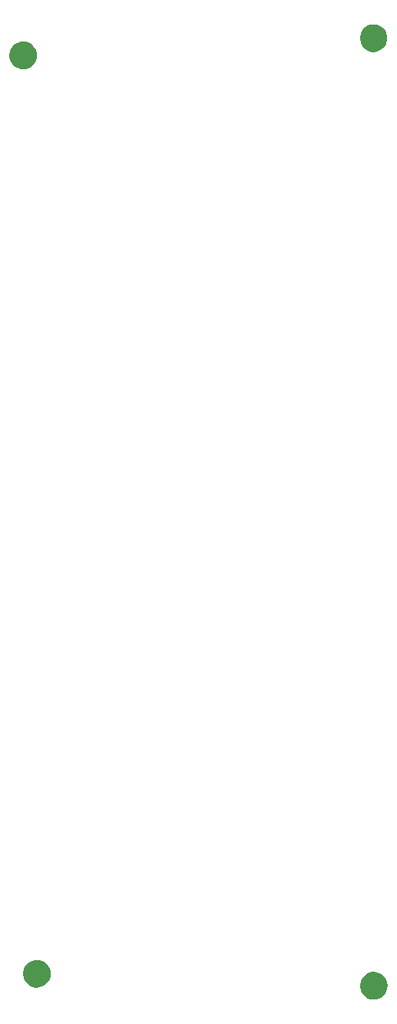
<source format=gko>
G04*
G04 #@! TF.GenerationSoftware,Altium Limited,Altium Designer,21.2.2 (38)*
G04*
G04 Layer_Color=16711935*
%FSLAX25Y25*%
%MOIN*%
G70*
G04*
G04 #@! TF.SameCoordinates,2AD91DA3-6C52-4226-ACA0-88A5DAF987E7*
G04*
G04*
G04 #@! TF.FilePolarity,Positive*
G04*
G01*
G75*
%ADD98C,0.06000*%
D98*
X359528Y184576D02*
X359366Y185550D01*
X358895Y186418D01*
X358169Y187087D01*
X357264Y187484D01*
X356280Y187565D01*
X355323Y187323D01*
X354496Y186783D01*
X353890Y186003D01*
X353569Y185069D01*
Y184082D01*
X353890Y183148D01*
X354496Y182368D01*
X355323Y181828D01*
X356280Y181586D01*
X357264Y181667D01*
X358169Y182064D01*
X358895Y182733D01*
X359366Y183601D01*
X359528Y184576D01*
X207269Y587675D02*
X207106Y588649D01*
X206636Y589517D01*
X205909Y590186D01*
X205005Y590583D01*
X204021Y590665D01*
X203063Y590422D01*
X202237Y589882D01*
X201630Y589103D01*
X201309Y588169D01*
Y587181D01*
X201630Y586247D01*
X202237Y585468D01*
X203064Y584928D01*
X204021Y584685D01*
X205005Y584767D01*
X205909Y585163D01*
X206636Y585832D01*
X207106Y586701D01*
X207269Y587675D01*
X213236Y189764D02*
X213074Y190738D01*
X212604Y191606D01*
X211877Y192275D01*
X210973Y192672D01*
X209988Y192754D01*
X209031Y192511D01*
X208204Y191971D01*
X207598Y191192D01*
X207277Y190258D01*
Y189270D01*
X207598Y188336D01*
X208204Y187557D01*
X209031Y187016D01*
X209988Y186774D01*
X210973Y186856D01*
X211877Y187252D01*
X212604Y187921D01*
X213074Y188790D01*
X213236Y189764D01*
X359367Y595170D02*
X359204Y596144D01*
X358734Y597012D01*
X358008Y597681D01*
X357103Y598078D01*
X356119Y598159D01*
X355162Y597917D01*
X354335Y597377D01*
X353728Y596597D01*
X353408Y595663D01*
Y594676D01*
X353728Y593742D01*
X354335Y592962D01*
X355162Y592422D01*
X356119Y592180D01*
X357103Y592261D01*
X358008Y592658D01*
X358734Y593327D01*
X359204Y594196D01*
X359367Y595170D01*
M02*

</source>
